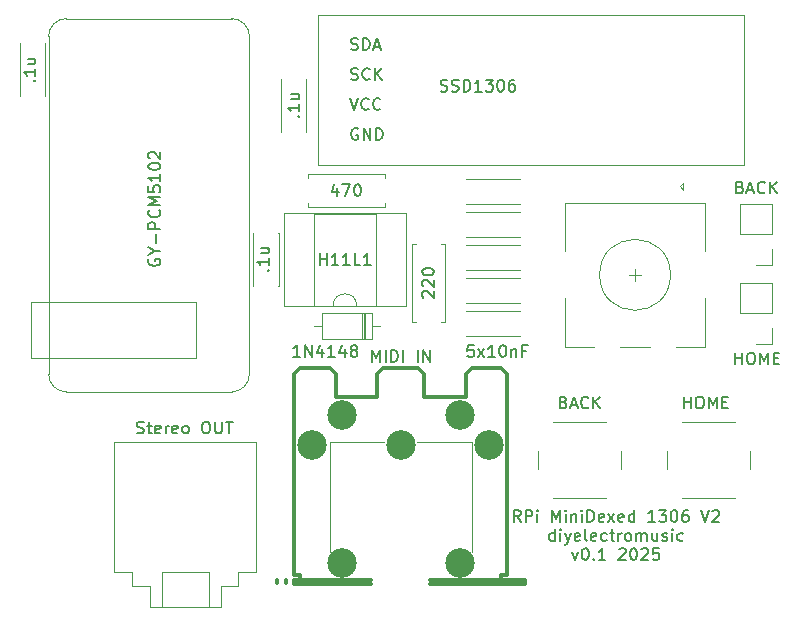
<source format=gto>
G04 #@! TF.GenerationSoftware,KiCad,Pcbnew,8.0.7*
G04 #@! TF.CreationDate,2025-09-13T14:37:32+01:00*
G04 #@! TF.ProjectId,RPi-MiniDexed-IOBoard,5250692d-4d69-46e6-9944-657865642d49,rev?*
G04 #@! TF.SameCoordinates,Original*
G04 #@! TF.FileFunction,Legend,Top*
G04 #@! TF.FilePolarity,Positive*
%FSLAX46Y46*%
G04 Gerber Fmt 4.6, Leading zero omitted, Abs format (unit mm)*
G04 Created by KiCad (PCBNEW 8.0.7) date 2025-09-13 14:37:32*
%MOMM*%
%LPD*%
G01*
G04 APERTURE LIST*
%ADD10C,0.150000*%
%ADD11C,0.120000*%
%ADD12C,0.304800*%
%ADD13C,2.499360*%
G04 APERTURE END LIST*
D10*
X242656761Y-144540875D02*
X242323428Y-144064684D01*
X242085333Y-144540875D02*
X242085333Y-143540875D01*
X242085333Y-143540875D02*
X242466285Y-143540875D01*
X242466285Y-143540875D02*
X242561523Y-143588494D01*
X242561523Y-143588494D02*
X242609142Y-143636113D01*
X242609142Y-143636113D02*
X242656761Y-143731351D01*
X242656761Y-143731351D02*
X242656761Y-143874208D01*
X242656761Y-143874208D02*
X242609142Y-143969446D01*
X242609142Y-143969446D02*
X242561523Y-144017065D01*
X242561523Y-144017065D02*
X242466285Y-144064684D01*
X242466285Y-144064684D02*
X242085333Y-144064684D01*
X243085333Y-144540875D02*
X243085333Y-143540875D01*
X243085333Y-143540875D02*
X243466285Y-143540875D01*
X243466285Y-143540875D02*
X243561523Y-143588494D01*
X243561523Y-143588494D02*
X243609142Y-143636113D01*
X243609142Y-143636113D02*
X243656761Y-143731351D01*
X243656761Y-143731351D02*
X243656761Y-143874208D01*
X243656761Y-143874208D02*
X243609142Y-143969446D01*
X243609142Y-143969446D02*
X243561523Y-144017065D01*
X243561523Y-144017065D02*
X243466285Y-144064684D01*
X243466285Y-144064684D02*
X243085333Y-144064684D01*
X244085333Y-144540875D02*
X244085333Y-143874208D01*
X244085333Y-143540875D02*
X244037714Y-143588494D01*
X244037714Y-143588494D02*
X244085333Y-143636113D01*
X244085333Y-143636113D02*
X244132952Y-143588494D01*
X244132952Y-143588494D02*
X244085333Y-143540875D01*
X244085333Y-143540875D02*
X244085333Y-143636113D01*
X245323428Y-144540875D02*
X245323428Y-143540875D01*
X245323428Y-143540875D02*
X245656761Y-144255160D01*
X245656761Y-144255160D02*
X245990094Y-143540875D01*
X245990094Y-143540875D02*
X245990094Y-144540875D01*
X246466285Y-144540875D02*
X246466285Y-143874208D01*
X246466285Y-143540875D02*
X246418666Y-143588494D01*
X246418666Y-143588494D02*
X246466285Y-143636113D01*
X246466285Y-143636113D02*
X246513904Y-143588494D01*
X246513904Y-143588494D02*
X246466285Y-143540875D01*
X246466285Y-143540875D02*
X246466285Y-143636113D01*
X246942475Y-143874208D02*
X246942475Y-144540875D01*
X246942475Y-143969446D02*
X246990094Y-143921827D01*
X246990094Y-143921827D02*
X247085332Y-143874208D01*
X247085332Y-143874208D02*
X247228189Y-143874208D01*
X247228189Y-143874208D02*
X247323427Y-143921827D01*
X247323427Y-143921827D02*
X247371046Y-144017065D01*
X247371046Y-144017065D02*
X247371046Y-144540875D01*
X247847237Y-144540875D02*
X247847237Y-143874208D01*
X247847237Y-143540875D02*
X247799618Y-143588494D01*
X247799618Y-143588494D02*
X247847237Y-143636113D01*
X247847237Y-143636113D02*
X247894856Y-143588494D01*
X247894856Y-143588494D02*
X247847237Y-143540875D01*
X247847237Y-143540875D02*
X247847237Y-143636113D01*
X248323427Y-144540875D02*
X248323427Y-143540875D01*
X248323427Y-143540875D02*
X248561522Y-143540875D01*
X248561522Y-143540875D02*
X248704379Y-143588494D01*
X248704379Y-143588494D02*
X248799617Y-143683732D01*
X248799617Y-143683732D02*
X248847236Y-143778970D01*
X248847236Y-143778970D02*
X248894855Y-143969446D01*
X248894855Y-143969446D02*
X248894855Y-144112303D01*
X248894855Y-144112303D02*
X248847236Y-144302779D01*
X248847236Y-144302779D02*
X248799617Y-144398017D01*
X248799617Y-144398017D02*
X248704379Y-144493256D01*
X248704379Y-144493256D02*
X248561522Y-144540875D01*
X248561522Y-144540875D02*
X248323427Y-144540875D01*
X249704379Y-144493256D02*
X249609141Y-144540875D01*
X249609141Y-144540875D02*
X249418665Y-144540875D01*
X249418665Y-144540875D02*
X249323427Y-144493256D01*
X249323427Y-144493256D02*
X249275808Y-144398017D01*
X249275808Y-144398017D02*
X249275808Y-144017065D01*
X249275808Y-144017065D02*
X249323427Y-143921827D01*
X249323427Y-143921827D02*
X249418665Y-143874208D01*
X249418665Y-143874208D02*
X249609141Y-143874208D01*
X249609141Y-143874208D02*
X249704379Y-143921827D01*
X249704379Y-143921827D02*
X249751998Y-144017065D01*
X249751998Y-144017065D02*
X249751998Y-144112303D01*
X249751998Y-144112303D02*
X249275808Y-144207541D01*
X250085332Y-144540875D02*
X250609141Y-143874208D01*
X250085332Y-143874208D02*
X250609141Y-144540875D01*
X251371046Y-144493256D02*
X251275808Y-144540875D01*
X251275808Y-144540875D02*
X251085332Y-144540875D01*
X251085332Y-144540875D02*
X250990094Y-144493256D01*
X250990094Y-144493256D02*
X250942475Y-144398017D01*
X250942475Y-144398017D02*
X250942475Y-144017065D01*
X250942475Y-144017065D02*
X250990094Y-143921827D01*
X250990094Y-143921827D02*
X251085332Y-143874208D01*
X251085332Y-143874208D02*
X251275808Y-143874208D01*
X251275808Y-143874208D02*
X251371046Y-143921827D01*
X251371046Y-143921827D02*
X251418665Y-144017065D01*
X251418665Y-144017065D02*
X251418665Y-144112303D01*
X251418665Y-144112303D02*
X250942475Y-144207541D01*
X252275808Y-144540875D02*
X252275808Y-143540875D01*
X252275808Y-144493256D02*
X252180570Y-144540875D01*
X252180570Y-144540875D02*
X251990094Y-144540875D01*
X251990094Y-144540875D02*
X251894856Y-144493256D01*
X251894856Y-144493256D02*
X251847237Y-144445636D01*
X251847237Y-144445636D02*
X251799618Y-144350398D01*
X251799618Y-144350398D02*
X251799618Y-144064684D01*
X251799618Y-144064684D02*
X251847237Y-143969446D01*
X251847237Y-143969446D02*
X251894856Y-143921827D01*
X251894856Y-143921827D02*
X251990094Y-143874208D01*
X251990094Y-143874208D02*
X252180570Y-143874208D01*
X252180570Y-143874208D02*
X252275808Y-143921827D01*
X254037713Y-144540875D02*
X253466285Y-144540875D01*
X253751999Y-144540875D02*
X253751999Y-143540875D01*
X253751999Y-143540875D02*
X253656761Y-143683732D01*
X253656761Y-143683732D02*
X253561523Y-143778970D01*
X253561523Y-143778970D02*
X253466285Y-143826589D01*
X254371047Y-143540875D02*
X254990094Y-143540875D01*
X254990094Y-143540875D02*
X254656761Y-143921827D01*
X254656761Y-143921827D02*
X254799618Y-143921827D01*
X254799618Y-143921827D02*
X254894856Y-143969446D01*
X254894856Y-143969446D02*
X254942475Y-144017065D01*
X254942475Y-144017065D02*
X254990094Y-144112303D01*
X254990094Y-144112303D02*
X254990094Y-144350398D01*
X254990094Y-144350398D02*
X254942475Y-144445636D01*
X254942475Y-144445636D02*
X254894856Y-144493256D01*
X254894856Y-144493256D02*
X254799618Y-144540875D01*
X254799618Y-144540875D02*
X254513904Y-144540875D01*
X254513904Y-144540875D02*
X254418666Y-144493256D01*
X254418666Y-144493256D02*
X254371047Y-144445636D01*
X255609142Y-143540875D02*
X255704380Y-143540875D01*
X255704380Y-143540875D02*
X255799618Y-143588494D01*
X255799618Y-143588494D02*
X255847237Y-143636113D01*
X255847237Y-143636113D02*
X255894856Y-143731351D01*
X255894856Y-143731351D02*
X255942475Y-143921827D01*
X255942475Y-143921827D02*
X255942475Y-144159922D01*
X255942475Y-144159922D02*
X255894856Y-144350398D01*
X255894856Y-144350398D02*
X255847237Y-144445636D01*
X255847237Y-144445636D02*
X255799618Y-144493256D01*
X255799618Y-144493256D02*
X255704380Y-144540875D01*
X255704380Y-144540875D02*
X255609142Y-144540875D01*
X255609142Y-144540875D02*
X255513904Y-144493256D01*
X255513904Y-144493256D02*
X255466285Y-144445636D01*
X255466285Y-144445636D02*
X255418666Y-144350398D01*
X255418666Y-144350398D02*
X255371047Y-144159922D01*
X255371047Y-144159922D02*
X255371047Y-143921827D01*
X255371047Y-143921827D02*
X255418666Y-143731351D01*
X255418666Y-143731351D02*
X255466285Y-143636113D01*
X255466285Y-143636113D02*
X255513904Y-143588494D01*
X255513904Y-143588494D02*
X255609142Y-143540875D01*
X256799618Y-143540875D02*
X256609142Y-143540875D01*
X256609142Y-143540875D02*
X256513904Y-143588494D01*
X256513904Y-143588494D02*
X256466285Y-143636113D01*
X256466285Y-143636113D02*
X256371047Y-143778970D01*
X256371047Y-143778970D02*
X256323428Y-143969446D01*
X256323428Y-143969446D02*
X256323428Y-144350398D01*
X256323428Y-144350398D02*
X256371047Y-144445636D01*
X256371047Y-144445636D02*
X256418666Y-144493256D01*
X256418666Y-144493256D02*
X256513904Y-144540875D01*
X256513904Y-144540875D02*
X256704380Y-144540875D01*
X256704380Y-144540875D02*
X256799618Y-144493256D01*
X256799618Y-144493256D02*
X256847237Y-144445636D01*
X256847237Y-144445636D02*
X256894856Y-144350398D01*
X256894856Y-144350398D02*
X256894856Y-144112303D01*
X256894856Y-144112303D02*
X256847237Y-144017065D01*
X256847237Y-144017065D02*
X256799618Y-143969446D01*
X256799618Y-143969446D02*
X256704380Y-143921827D01*
X256704380Y-143921827D02*
X256513904Y-143921827D01*
X256513904Y-143921827D02*
X256418666Y-143969446D01*
X256418666Y-143969446D02*
X256371047Y-144017065D01*
X256371047Y-144017065D02*
X256323428Y-144112303D01*
X257942476Y-143540875D02*
X258275809Y-144540875D01*
X258275809Y-144540875D02*
X258609142Y-143540875D01*
X258894857Y-143636113D02*
X258942476Y-143588494D01*
X258942476Y-143588494D02*
X259037714Y-143540875D01*
X259037714Y-143540875D02*
X259275809Y-143540875D01*
X259275809Y-143540875D02*
X259371047Y-143588494D01*
X259371047Y-143588494D02*
X259418666Y-143636113D01*
X259418666Y-143636113D02*
X259466285Y-143731351D01*
X259466285Y-143731351D02*
X259466285Y-143826589D01*
X259466285Y-143826589D02*
X259418666Y-143969446D01*
X259418666Y-143969446D02*
X258847238Y-144540875D01*
X258847238Y-144540875D02*
X259466285Y-144540875D01*
X245561523Y-146150819D02*
X245561523Y-145150819D01*
X245561523Y-146103200D02*
X245466285Y-146150819D01*
X245466285Y-146150819D02*
X245275809Y-146150819D01*
X245275809Y-146150819D02*
X245180571Y-146103200D01*
X245180571Y-146103200D02*
X245132952Y-146055580D01*
X245132952Y-146055580D02*
X245085333Y-145960342D01*
X245085333Y-145960342D02*
X245085333Y-145674628D01*
X245085333Y-145674628D02*
X245132952Y-145579390D01*
X245132952Y-145579390D02*
X245180571Y-145531771D01*
X245180571Y-145531771D02*
X245275809Y-145484152D01*
X245275809Y-145484152D02*
X245466285Y-145484152D01*
X245466285Y-145484152D02*
X245561523Y-145531771D01*
X246037714Y-146150819D02*
X246037714Y-145484152D01*
X246037714Y-145150819D02*
X245990095Y-145198438D01*
X245990095Y-145198438D02*
X246037714Y-145246057D01*
X246037714Y-145246057D02*
X246085333Y-145198438D01*
X246085333Y-145198438D02*
X246037714Y-145150819D01*
X246037714Y-145150819D02*
X246037714Y-145246057D01*
X246418666Y-145484152D02*
X246656761Y-146150819D01*
X246894856Y-145484152D02*
X246656761Y-146150819D01*
X246656761Y-146150819D02*
X246561523Y-146388914D01*
X246561523Y-146388914D02*
X246513904Y-146436533D01*
X246513904Y-146436533D02*
X246418666Y-146484152D01*
X247656761Y-146103200D02*
X247561523Y-146150819D01*
X247561523Y-146150819D02*
X247371047Y-146150819D01*
X247371047Y-146150819D02*
X247275809Y-146103200D01*
X247275809Y-146103200D02*
X247228190Y-146007961D01*
X247228190Y-146007961D02*
X247228190Y-145627009D01*
X247228190Y-145627009D02*
X247275809Y-145531771D01*
X247275809Y-145531771D02*
X247371047Y-145484152D01*
X247371047Y-145484152D02*
X247561523Y-145484152D01*
X247561523Y-145484152D02*
X247656761Y-145531771D01*
X247656761Y-145531771D02*
X247704380Y-145627009D01*
X247704380Y-145627009D02*
X247704380Y-145722247D01*
X247704380Y-145722247D02*
X247228190Y-145817485D01*
X248275809Y-146150819D02*
X248180571Y-146103200D01*
X248180571Y-146103200D02*
X248132952Y-146007961D01*
X248132952Y-146007961D02*
X248132952Y-145150819D01*
X249037714Y-146103200D02*
X248942476Y-146150819D01*
X248942476Y-146150819D02*
X248752000Y-146150819D01*
X248752000Y-146150819D02*
X248656762Y-146103200D01*
X248656762Y-146103200D02*
X248609143Y-146007961D01*
X248609143Y-146007961D02*
X248609143Y-145627009D01*
X248609143Y-145627009D02*
X248656762Y-145531771D01*
X248656762Y-145531771D02*
X248752000Y-145484152D01*
X248752000Y-145484152D02*
X248942476Y-145484152D01*
X248942476Y-145484152D02*
X249037714Y-145531771D01*
X249037714Y-145531771D02*
X249085333Y-145627009D01*
X249085333Y-145627009D02*
X249085333Y-145722247D01*
X249085333Y-145722247D02*
X248609143Y-145817485D01*
X249942476Y-146103200D02*
X249847238Y-146150819D01*
X249847238Y-146150819D02*
X249656762Y-146150819D01*
X249656762Y-146150819D02*
X249561524Y-146103200D01*
X249561524Y-146103200D02*
X249513905Y-146055580D01*
X249513905Y-146055580D02*
X249466286Y-145960342D01*
X249466286Y-145960342D02*
X249466286Y-145674628D01*
X249466286Y-145674628D02*
X249513905Y-145579390D01*
X249513905Y-145579390D02*
X249561524Y-145531771D01*
X249561524Y-145531771D02*
X249656762Y-145484152D01*
X249656762Y-145484152D02*
X249847238Y-145484152D01*
X249847238Y-145484152D02*
X249942476Y-145531771D01*
X250228191Y-145484152D02*
X250609143Y-145484152D01*
X250371048Y-145150819D02*
X250371048Y-146007961D01*
X250371048Y-146007961D02*
X250418667Y-146103200D01*
X250418667Y-146103200D02*
X250513905Y-146150819D01*
X250513905Y-146150819D02*
X250609143Y-146150819D01*
X250942477Y-146150819D02*
X250942477Y-145484152D01*
X250942477Y-145674628D02*
X250990096Y-145579390D01*
X250990096Y-145579390D02*
X251037715Y-145531771D01*
X251037715Y-145531771D02*
X251132953Y-145484152D01*
X251132953Y-145484152D02*
X251228191Y-145484152D01*
X251704382Y-146150819D02*
X251609144Y-146103200D01*
X251609144Y-146103200D02*
X251561525Y-146055580D01*
X251561525Y-146055580D02*
X251513906Y-145960342D01*
X251513906Y-145960342D02*
X251513906Y-145674628D01*
X251513906Y-145674628D02*
X251561525Y-145579390D01*
X251561525Y-145579390D02*
X251609144Y-145531771D01*
X251609144Y-145531771D02*
X251704382Y-145484152D01*
X251704382Y-145484152D02*
X251847239Y-145484152D01*
X251847239Y-145484152D02*
X251942477Y-145531771D01*
X251942477Y-145531771D02*
X251990096Y-145579390D01*
X251990096Y-145579390D02*
X252037715Y-145674628D01*
X252037715Y-145674628D02*
X252037715Y-145960342D01*
X252037715Y-145960342D02*
X251990096Y-146055580D01*
X251990096Y-146055580D02*
X251942477Y-146103200D01*
X251942477Y-146103200D02*
X251847239Y-146150819D01*
X251847239Y-146150819D02*
X251704382Y-146150819D01*
X252466287Y-146150819D02*
X252466287Y-145484152D01*
X252466287Y-145579390D02*
X252513906Y-145531771D01*
X252513906Y-145531771D02*
X252609144Y-145484152D01*
X252609144Y-145484152D02*
X252752001Y-145484152D01*
X252752001Y-145484152D02*
X252847239Y-145531771D01*
X252847239Y-145531771D02*
X252894858Y-145627009D01*
X252894858Y-145627009D02*
X252894858Y-146150819D01*
X252894858Y-145627009D02*
X252942477Y-145531771D01*
X252942477Y-145531771D02*
X253037715Y-145484152D01*
X253037715Y-145484152D02*
X253180572Y-145484152D01*
X253180572Y-145484152D02*
X253275811Y-145531771D01*
X253275811Y-145531771D02*
X253323430Y-145627009D01*
X253323430Y-145627009D02*
X253323430Y-146150819D01*
X254228191Y-145484152D02*
X254228191Y-146150819D01*
X253799620Y-145484152D02*
X253799620Y-146007961D01*
X253799620Y-146007961D02*
X253847239Y-146103200D01*
X253847239Y-146103200D02*
X253942477Y-146150819D01*
X253942477Y-146150819D02*
X254085334Y-146150819D01*
X254085334Y-146150819D02*
X254180572Y-146103200D01*
X254180572Y-146103200D02*
X254228191Y-146055580D01*
X254656763Y-146103200D02*
X254752001Y-146150819D01*
X254752001Y-146150819D02*
X254942477Y-146150819D01*
X254942477Y-146150819D02*
X255037715Y-146103200D01*
X255037715Y-146103200D02*
X255085334Y-146007961D01*
X255085334Y-146007961D02*
X255085334Y-145960342D01*
X255085334Y-145960342D02*
X255037715Y-145865104D01*
X255037715Y-145865104D02*
X254942477Y-145817485D01*
X254942477Y-145817485D02*
X254799620Y-145817485D01*
X254799620Y-145817485D02*
X254704382Y-145769866D01*
X254704382Y-145769866D02*
X254656763Y-145674628D01*
X254656763Y-145674628D02*
X254656763Y-145627009D01*
X254656763Y-145627009D02*
X254704382Y-145531771D01*
X254704382Y-145531771D02*
X254799620Y-145484152D01*
X254799620Y-145484152D02*
X254942477Y-145484152D01*
X254942477Y-145484152D02*
X255037715Y-145531771D01*
X255513906Y-146150819D02*
X255513906Y-145484152D01*
X255513906Y-145150819D02*
X255466287Y-145198438D01*
X255466287Y-145198438D02*
X255513906Y-145246057D01*
X255513906Y-145246057D02*
X255561525Y-145198438D01*
X255561525Y-145198438D02*
X255513906Y-145150819D01*
X255513906Y-145150819D02*
X255513906Y-145246057D01*
X256418667Y-146103200D02*
X256323429Y-146150819D01*
X256323429Y-146150819D02*
X256132953Y-146150819D01*
X256132953Y-146150819D02*
X256037715Y-146103200D01*
X256037715Y-146103200D02*
X255990096Y-146055580D01*
X255990096Y-146055580D02*
X255942477Y-145960342D01*
X255942477Y-145960342D02*
X255942477Y-145674628D01*
X255942477Y-145674628D02*
X255990096Y-145579390D01*
X255990096Y-145579390D02*
X256037715Y-145531771D01*
X256037715Y-145531771D02*
X256132953Y-145484152D01*
X256132953Y-145484152D02*
X256323429Y-145484152D01*
X256323429Y-145484152D02*
X256418667Y-145531771D01*
X247037714Y-147094096D02*
X247275809Y-147760763D01*
X247275809Y-147760763D02*
X247513904Y-147094096D01*
X248085333Y-146760763D02*
X248180571Y-146760763D01*
X248180571Y-146760763D02*
X248275809Y-146808382D01*
X248275809Y-146808382D02*
X248323428Y-146856001D01*
X248323428Y-146856001D02*
X248371047Y-146951239D01*
X248371047Y-146951239D02*
X248418666Y-147141715D01*
X248418666Y-147141715D02*
X248418666Y-147379810D01*
X248418666Y-147379810D02*
X248371047Y-147570286D01*
X248371047Y-147570286D02*
X248323428Y-147665524D01*
X248323428Y-147665524D02*
X248275809Y-147713144D01*
X248275809Y-147713144D02*
X248180571Y-147760763D01*
X248180571Y-147760763D02*
X248085333Y-147760763D01*
X248085333Y-147760763D02*
X247990095Y-147713144D01*
X247990095Y-147713144D02*
X247942476Y-147665524D01*
X247942476Y-147665524D02*
X247894857Y-147570286D01*
X247894857Y-147570286D02*
X247847238Y-147379810D01*
X247847238Y-147379810D02*
X247847238Y-147141715D01*
X247847238Y-147141715D02*
X247894857Y-146951239D01*
X247894857Y-146951239D02*
X247942476Y-146856001D01*
X247942476Y-146856001D02*
X247990095Y-146808382D01*
X247990095Y-146808382D02*
X248085333Y-146760763D01*
X248847238Y-147665524D02*
X248894857Y-147713144D01*
X248894857Y-147713144D02*
X248847238Y-147760763D01*
X248847238Y-147760763D02*
X248799619Y-147713144D01*
X248799619Y-147713144D02*
X248847238Y-147665524D01*
X248847238Y-147665524D02*
X248847238Y-147760763D01*
X249847237Y-147760763D02*
X249275809Y-147760763D01*
X249561523Y-147760763D02*
X249561523Y-146760763D01*
X249561523Y-146760763D02*
X249466285Y-146903620D01*
X249466285Y-146903620D02*
X249371047Y-146998858D01*
X249371047Y-146998858D02*
X249275809Y-147046477D01*
X250990095Y-146856001D02*
X251037714Y-146808382D01*
X251037714Y-146808382D02*
X251132952Y-146760763D01*
X251132952Y-146760763D02*
X251371047Y-146760763D01*
X251371047Y-146760763D02*
X251466285Y-146808382D01*
X251466285Y-146808382D02*
X251513904Y-146856001D01*
X251513904Y-146856001D02*
X251561523Y-146951239D01*
X251561523Y-146951239D02*
X251561523Y-147046477D01*
X251561523Y-147046477D02*
X251513904Y-147189334D01*
X251513904Y-147189334D02*
X250942476Y-147760763D01*
X250942476Y-147760763D02*
X251561523Y-147760763D01*
X252180571Y-146760763D02*
X252275809Y-146760763D01*
X252275809Y-146760763D02*
X252371047Y-146808382D01*
X252371047Y-146808382D02*
X252418666Y-146856001D01*
X252418666Y-146856001D02*
X252466285Y-146951239D01*
X252466285Y-146951239D02*
X252513904Y-147141715D01*
X252513904Y-147141715D02*
X252513904Y-147379810D01*
X252513904Y-147379810D02*
X252466285Y-147570286D01*
X252466285Y-147570286D02*
X252418666Y-147665524D01*
X252418666Y-147665524D02*
X252371047Y-147713144D01*
X252371047Y-147713144D02*
X252275809Y-147760763D01*
X252275809Y-147760763D02*
X252180571Y-147760763D01*
X252180571Y-147760763D02*
X252085333Y-147713144D01*
X252085333Y-147713144D02*
X252037714Y-147665524D01*
X252037714Y-147665524D02*
X251990095Y-147570286D01*
X251990095Y-147570286D02*
X251942476Y-147379810D01*
X251942476Y-147379810D02*
X251942476Y-147141715D01*
X251942476Y-147141715D02*
X251990095Y-146951239D01*
X251990095Y-146951239D02*
X252037714Y-146856001D01*
X252037714Y-146856001D02*
X252085333Y-146808382D01*
X252085333Y-146808382D02*
X252180571Y-146760763D01*
X252894857Y-146856001D02*
X252942476Y-146808382D01*
X252942476Y-146808382D02*
X253037714Y-146760763D01*
X253037714Y-146760763D02*
X253275809Y-146760763D01*
X253275809Y-146760763D02*
X253371047Y-146808382D01*
X253371047Y-146808382D02*
X253418666Y-146856001D01*
X253418666Y-146856001D02*
X253466285Y-146951239D01*
X253466285Y-146951239D02*
X253466285Y-147046477D01*
X253466285Y-147046477D02*
X253418666Y-147189334D01*
X253418666Y-147189334D02*
X252847238Y-147760763D01*
X252847238Y-147760763D02*
X253466285Y-147760763D01*
X254371047Y-146760763D02*
X253894857Y-146760763D01*
X253894857Y-146760763D02*
X253847238Y-147236953D01*
X253847238Y-147236953D02*
X253894857Y-147189334D01*
X253894857Y-147189334D02*
X253990095Y-147141715D01*
X253990095Y-147141715D02*
X254228190Y-147141715D01*
X254228190Y-147141715D02*
X254323428Y-147189334D01*
X254323428Y-147189334D02*
X254371047Y-147236953D01*
X254371047Y-147236953D02*
X254418666Y-147332191D01*
X254418666Y-147332191D02*
X254418666Y-147570286D01*
X254418666Y-147570286D02*
X254371047Y-147665524D01*
X254371047Y-147665524D02*
X254323428Y-147713144D01*
X254323428Y-147713144D02*
X254228190Y-147760763D01*
X254228190Y-147760763D02*
X253990095Y-147760763D01*
X253990095Y-147760763D02*
X253894857Y-147713144D01*
X253894857Y-147713144D02*
X253847238Y-147665524D01*
X238676999Y-129575819D02*
X238200809Y-129575819D01*
X238200809Y-129575819D02*
X238153190Y-130052009D01*
X238153190Y-130052009D02*
X238200809Y-130004390D01*
X238200809Y-130004390D02*
X238296047Y-129956771D01*
X238296047Y-129956771D02*
X238534142Y-129956771D01*
X238534142Y-129956771D02*
X238629380Y-130004390D01*
X238629380Y-130004390D02*
X238676999Y-130052009D01*
X238676999Y-130052009D02*
X238724618Y-130147247D01*
X238724618Y-130147247D02*
X238724618Y-130385342D01*
X238724618Y-130385342D02*
X238676999Y-130480580D01*
X238676999Y-130480580D02*
X238629380Y-130528200D01*
X238629380Y-130528200D02*
X238534142Y-130575819D01*
X238534142Y-130575819D02*
X238296047Y-130575819D01*
X238296047Y-130575819D02*
X238200809Y-130528200D01*
X238200809Y-130528200D02*
X238153190Y-130480580D01*
X239057952Y-130575819D02*
X239581761Y-129909152D01*
X239057952Y-129909152D02*
X239581761Y-130575819D01*
X240486523Y-130575819D02*
X239915095Y-130575819D01*
X240200809Y-130575819D02*
X240200809Y-129575819D01*
X240200809Y-129575819D02*
X240105571Y-129718676D01*
X240105571Y-129718676D02*
X240010333Y-129813914D01*
X240010333Y-129813914D02*
X239915095Y-129861533D01*
X241105571Y-129575819D02*
X241200809Y-129575819D01*
X241200809Y-129575819D02*
X241296047Y-129623438D01*
X241296047Y-129623438D02*
X241343666Y-129671057D01*
X241343666Y-129671057D02*
X241391285Y-129766295D01*
X241391285Y-129766295D02*
X241438904Y-129956771D01*
X241438904Y-129956771D02*
X241438904Y-130194866D01*
X241438904Y-130194866D02*
X241391285Y-130385342D01*
X241391285Y-130385342D02*
X241343666Y-130480580D01*
X241343666Y-130480580D02*
X241296047Y-130528200D01*
X241296047Y-130528200D02*
X241200809Y-130575819D01*
X241200809Y-130575819D02*
X241105571Y-130575819D01*
X241105571Y-130575819D02*
X241010333Y-130528200D01*
X241010333Y-130528200D02*
X240962714Y-130480580D01*
X240962714Y-130480580D02*
X240915095Y-130385342D01*
X240915095Y-130385342D02*
X240867476Y-130194866D01*
X240867476Y-130194866D02*
X240867476Y-129956771D01*
X240867476Y-129956771D02*
X240915095Y-129766295D01*
X240915095Y-129766295D02*
X240962714Y-129671057D01*
X240962714Y-129671057D02*
X241010333Y-129623438D01*
X241010333Y-129623438D02*
X241105571Y-129575819D01*
X241867476Y-129909152D02*
X241867476Y-130575819D01*
X241867476Y-130004390D02*
X241915095Y-129956771D01*
X241915095Y-129956771D02*
X242010333Y-129909152D01*
X242010333Y-129909152D02*
X242153190Y-129909152D01*
X242153190Y-129909152D02*
X242248428Y-129956771D01*
X242248428Y-129956771D02*
X242296047Y-130052009D01*
X242296047Y-130052009D02*
X242296047Y-130575819D01*
X243105571Y-130052009D02*
X242772238Y-130052009D01*
X242772238Y-130575819D02*
X242772238Y-129575819D01*
X242772238Y-129575819D02*
X243248428Y-129575819D01*
X246297857Y-134401009D02*
X246440714Y-134448628D01*
X246440714Y-134448628D02*
X246488333Y-134496247D01*
X246488333Y-134496247D02*
X246535952Y-134591485D01*
X246535952Y-134591485D02*
X246535952Y-134734342D01*
X246535952Y-134734342D02*
X246488333Y-134829580D01*
X246488333Y-134829580D02*
X246440714Y-134877200D01*
X246440714Y-134877200D02*
X246345476Y-134924819D01*
X246345476Y-134924819D02*
X245964524Y-134924819D01*
X245964524Y-134924819D02*
X245964524Y-133924819D01*
X245964524Y-133924819D02*
X246297857Y-133924819D01*
X246297857Y-133924819D02*
X246393095Y-133972438D01*
X246393095Y-133972438D02*
X246440714Y-134020057D01*
X246440714Y-134020057D02*
X246488333Y-134115295D01*
X246488333Y-134115295D02*
X246488333Y-134210533D01*
X246488333Y-134210533D02*
X246440714Y-134305771D01*
X246440714Y-134305771D02*
X246393095Y-134353390D01*
X246393095Y-134353390D02*
X246297857Y-134401009D01*
X246297857Y-134401009D02*
X245964524Y-134401009D01*
X246916905Y-134639104D02*
X247393095Y-134639104D01*
X246821667Y-134924819D02*
X247155000Y-133924819D01*
X247155000Y-133924819D02*
X247488333Y-134924819D01*
X248393095Y-134829580D02*
X248345476Y-134877200D01*
X248345476Y-134877200D02*
X248202619Y-134924819D01*
X248202619Y-134924819D02*
X248107381Y-134924819D01*
X248107381Y-134924819D02*
X247964524Y-134877200D01*
X247964524Y-134877200D02*
X247869286Y-134781961D01*
X247869286Y-134781961D02*
X247821667Y-134686723D01*
X247821667Y-134686723D02*
X247774048Y-134496247D01*
X247774048Y-134496247D02*
X247774048Y-134353390D01*
X247774048Y-134353390D02*
X247821667Y-134162914D01*
X247821667Y-134162914D02*
X247869286Y-134067676D01*
X247869286Y-134067676D02*
X247964524Y-133972438D01*
X247964524Y-133972438D02*
X248107381Y-133924819D01*
X248107381Y-133924819D02*
X248202619Y-133924819D01*
X248202619Y-133924819D02*
X248345476Y-133972438D01*
X248345476Y-133972438D02*
X248393095Y-134020057D01*
X248821667Y-134924819D02*
X248821667Y-133924819D01*
X249393095Y-134924819D02*
X248964524Y-134353390D01*
X249393095Y-133924819D02*
X248821667Y-134496247D01*
X261244857Y-116202009D02*
X261387714Y-116249628D01*
X261387714Y-116249628D02*
X261435333Y-116297247D01*
X261435333Y-116297247D02*
X261482952Y-116392485D01*
X261482952Y-116392485D02*
X261482952Y-116535342D01*
X261482952Y-116535342D02*
X261435333Y-116630580D01*
X261435333Y-116630580D02*
X261387714Y-116678200D01*
X261387714Y-116678200D02*
X261292476Y-116725819D01*
X261292476Y-116725819D02*
X260911524Y-116725819D01*
X260911524Y-116725819D02*
X260911524Y-115725819D01*
X260911524Y-115725819D02*
X261244857Y-115725819D01*
X261244857Y-115725819D02*
X261340095Y-115773438D01*
X261340095Y-115773438D02*
X261387714Y-115821057D01*
X261387714Y-115821057D02*
X261435333Y-115916295D01*
X261435333Y-115916295D02*
X261435333Y-116011533D01*
X261435333Y-116011533D02*
X261387714Y-116106771D01*
X261387714Y-116106771D02*
X261340095Y-116154390D01*
X261340095Y-116154390D02*
X261244857Y-116202009D01*
X261244857Y-116202009D02*
X260911524Y-116202009D01*
X261863905Y-116440104D02*
X262340095Y-116440104D01*
X261768667Y-116725819D02*
X262102000Y-115725819D01*
X262102000Y-115725819D02*
X262435333Y-116725819D01*
X263340095Y-116630580D02*
X263292476Y-116678200D01*
X263292476Y-116678200D02*
X263149619Y-116725819D01*
X263149619Y-116725819D02*
X263054381Y-116725819D01*
X263054381Y-116725819D02*
X262911524Y-116678200D01*
X262911524Y-116678200D02*
X262816286Y-116582961D01*
X262816286Y-116582961D02*
X262768667Y-116487723D01*
X262768667Y-116487723D02*
X262721048Y-116297247D01*
X262721048Y-116297247D02*
X262721048Y-116154390D01*
X262721048Y-116154390D02*
X262768667Y-115963914D01*
X262768667Y-115963914D02*
X262816286Y-115868676D01*
X262816286Y-115868676D02*
X262911524Y-115773438D01*
X262911524Y-115773438D02*
X263054381Y-115725819D01*
X263054381Y-115725819D02*
X263149619Y-115725819D01*
X263149619Y-115725819D02*
X263292476Y-115773438D01*
X263292476Y-115773438D02*
X263340095Y-115821057D01*
X263768667Y-116725819D02*
X263768667Y-115725819D01*
X264340095Y-116725819D02*
X263911524Y-116154390D01*
X264340095Y-115725819D02*
X263768667Y-116297247D01*
X227140095Y-116284152D02*
X227140095Y-116950819D01*
X226902000Y-115903200D02*
X226663905Y-116617485D01*
X226663905Y-116617485D02*
X227282952Y-116617485D01*
X227568667Y-115950819D02*
X228235333Y-115950819D01*
X228235333Y-115950819D02*
X227806762Y-116950819D01*
X228806762Y-115950819D02*
X228902000Y-115950819D01*
X228902000Y-115950819D02*
X228997238Y-115998438D01*
X228997238Y-115998438D02*
X229044857Y-116046057D01*
X229044857Y-116046057D02*
X229092476Y-116141295D01*
X229092476Y-116141295D02*
X229140095Y-116331771D01*
X229140095Y-116331771D02*
X229140095Y-116569866D01*
X229140095Y-116569866D02*
X229092476Y-116760342D01*
X229092476Y-116760342D02*
X229044857Y-116855580D01*
X229044857Y-116855580D02*
X228997238Y-116903200D01*
X228997238Y-116903200D02*
X228902000Y-116950819D01*
X228902000Y-116950819D02*
X228806762Y-116950819D01*
X228806762Y-116950819D02*
X228711524Y-116903200D01*
X228711524Y-116903200D02*
X228663905Y-116855580D01*
X228663905Y-116855580D02*
X228616286Y-116760342D01*
X228616286Y-116760342D02*
X228568667Y-116569866D01*
X228568667Y-116569866D02*
X228568667Y-116331771D01*
X228568667Y-116331771D02*
X228616286Y-116141295D01*
X228616286Y-116141295D02*
X228663905Y-116046057D01*
X228663905Y-116046057D02*
X228711524Y-115998438D01*
X228711524Y-115998438D02*
X228806762Y-115950819D01*
X211204438Y-122287904D02*
X211156819Y-122383142D01*
X211156819Y-122383142D02*
X211156819Y-122525999D01*
X211156819Y-122525999D02*
X211204438Y-122668856D01*
X211204438Y-122668856D02*
X211299676Y-122764094D01*
X211299676Y-122764094D02*
X211394914Y-122811713D01*
X211394914Y-122811713D02*
X211585390Y-122859332D01*
X211585390Y-122859332D02*
X211728247Y-122859332D01*
X211728247Y-122859332D02*
X211918723Y-122811713D01*
X211918723Y-122811713D02*
X212013961Y-122764094D01*
X212013961Y-122764094D02*
X212109200Y-122668856D01*
X212109200Y-122668856D02*
X212156819Y-122525999D01*
X212156819Y-122525999D02*
X212156819Y-122430761D01*
X212156819Y-122430761D02*
X212109200Y-122287904D01*
X212109200Y-122287904D02*
X212061580Y-122240285D01*
X212061580Y-122240285D02*
X211728247Y-122240285D01*
X211728247Y-122240285D02*
X211728247Y-122430761D01*
X211680628Y-121621237D02*
X212156819Y-121621237D01*
X211156819Y-121954570D02*
X211680628Y-121621237D01*
X211680628Y-121621237D02*
X211156819Y-121287904D01*
X211775866Y-120954570D02*
X211775866Y-120192666D01*
X212156819Y-119716475D02*
X211156819Y-119716475D01*
X211156819Y-119716475D02*
X211156819Y-119335523D01*
X211156819Y-119335523D02*
X211204438Y-119240285D01*
X211204438Y-119240285D02*
X211252057Y-119192666D01*
X211252057Y-119192666D02*
X211347295Y-119145047D01*
X211347295Y-119145047D02*
X211490152Y-119145047D01*
X211490152Y-119145047D02*
X211585390Y-119192666D01*
X211585390Y-119192666D02*
X211633009Y-119240285D01*
X211633009Y-119240285D02*
X211680628Y-119335523D01*
X211680628Y-119335523D02*
X211680628Y-119716475D01*
X212061580Y-118145047D02*
X212109200Y-118192666D01*
X212109200Y-118192666D02*
X212156819Y-118335523D01*
X212156819Y-118335523D02*
X212156819Y-118430761D01*
X212156819Y-118430761D02*
X212109200Y-118573618D01*
X212109200Y-118573618D02*
X212013961Y-118668856D01*
X212013961Y-118668856D02*
X211918723Y-118716475D01*
X211918723Y-118716475D02*
X211728247Y-118764094D01*
X211728247Y-118764094D02*
X211585390Y-118764094D01*
X211585390Y-118764094D02*
X211394914Y-118716475D01*
X211394914Y-118716475D02*
X211299676Y-118668856D01*
X211299676Y-118668856D02*
X211204438Y-118573618D01*
X211204438Y-118573618D02*
X211156819Y-118430761D01*
X211156819Y-118430761D02*
X211156819Y-118335523D01*
X211156819Y-118335523D02*
X211204438Y-118192666D01*
X211204438Y-118192666D02*
X211252057Y-118145047D01*
X212156819Y-117716475D02*
X211156819Y-117716475D01*
X211156819Y-117716475D02*
X211871104Y-117383142D01*
X211871104Y-117383142D02*
X211156819Y-117049809D01*
X211156819Y-117049809D02*
X212156819Y-117049809D01*
X211156819Y-116097428D02*
X211156819Y-116573618D01*
X211156819Y-116573618D02*
X211633009Y-116621237D01*
X211633009Y-116621237D02*
X211585390Y-116573618D01*
X211585390Y-116573618D02*
X211537771Y-116478380D01*
X211537771Y-116478380D02*
X211537771Y-116240285D01*
X211537771Y-116240285D02*
X211585390Y-116145047D01*
X211585390Y-116145047D02*
X211633009Y-116097428D01*
X211633009Y-116097428D02*
X211728247Y-116049809D01*
X211728247Y-116049809D02*
X211966342Y-116049809D01*
X211966342Y-116049809D02*
X212061580Y-116097428D01*
X212061580Y-116097428D02*
X212109200Y-116145047D01*
X212109200Y-116145047D02*
X212156819Y-116240285D01*
X212156819Y-116240285D02*
X212156819Y-116478380D01*
X212156819Y-116478380D02*
X212109200Y-116573618D01*
X212109200Y-116573618D02*
X212061580Y-116621237D01*
X212156819Y-115097428D02*
X212156819Y-115668856D01*
X212156819Y-115383142D02*
X211156819Y-115383142D01*
X211156819Y-115383142D02*
X211299676Y-115478380D01*
X211299676Y-115478380D02*
X211394914Y-115573618D01*
X211394914Y-115573618D02*
X211442533Y-115668856D01*
X211156819Y-114478380D02*
X211156819Y-114383142D01*
X211156819Y-114383142D02*
X211204438Y-114287904D01*
X211204438Y-114287904D02*
X211252057Y-114240285D01*
X211252057Y-114240285D02*
X211347295Y-114192666D01*
X211347295Y-114192666D02*
X211537771Y-114145047D01*
X211537771Y-114145047D02*
X211775866Y-114145047D01*
X211775866Y-114145047D02*
X211966342Y-114192666D01*
X211966342Y-114192666D02*
X212061580Y-114240285D01*
X212061580Y-114240285D02*
X212109200Y-114287904D01*
X212109200Y-114287904D02*
X212156819Y-114383142D01*
X212156819Y-114383142D02*
X212156819Y-114478380D01*
X212156819Y-114478380D02*
X212109200Y-114573618D01*
X212109200Y-114573618D02*
X212061580Y-114621237D01*
X212061580Y-114621237D02*
X211966342Y-114668856D01*
X211966342Y-114668856D02*
X211775866Y-114716475D01*
X211775866Y-114716475D02*
X211537771Y-114716475D01*
X211537771Y-114716475D02*
X211347295Y-114668856D01*
X211347295Y-114668856D02*
X211252057Y-114621237D01*
X211252057Y-114621237D02*
X211204438Y-114573618D01*
X211204438Y-114573618D02*
X211156819Y-114478380D01*
X211252057Y-113764094D02*
X211204438Y-113716475D01*
X211204438Y-113716475D02*
X211156819Y-113621237D01*
X211156819Y-113621237D02*
X211156819Y-113383142D01*
X211156819Y-113383142D02*
X211204438Y-113287904D01*
X211204438Y-113287904D02*
X211252057Y-113240285D01*
X211252057Y-113240285D02*
X211347295Y-113192666D01*
X211347295Y-113192666D02*
X211442533Y-113192666D01*
X211442533Y-113192666D02*
X211585390Y-113240285D01*
X211585390Y-113240285D02*
X212156819Y-113811713D01*
X212156819Y-113811713D02*
X212156819Y-113192666D01*
X221236580Y-123224570D02*
X221284200Y-123176951D01*
X221284200Y-123176951D02*
X221331819Y-123224570D01*
X221331819Y-123224570D02*
X221284200Y-123272189D01*
X221284200Y-123272189D02*
X221236580Y-123224570D01*
X221236580Y-123224570D02*
X221331819Y-123224570D01*
X221331819Y-122224571D02*
X221331819Y-122795999D01*
X221331819Y-122510285D02*
X220331819Y-122510285D01*
X220331819Y-122510285D02*
X220474676Y-122605523D01*
X220474676Y-122605523D02*
X220569914Y-122700761D01*
X220569914Y-122700761D02*
X220617533Y-122795999D01*
X220665152Y-121367428D02*
X221331819Y-121367428D01*
X220665152Y-121795999D02*
X221188961Y-121795999D01*
X221188961Y-121795999D02*
X221284200Y-121748380D01*
X221284200Y-121748380D02*
X221331819Y-121653142D01*
X221331819Y-121653142D02*
X221331819Y-121510285D01*
X221331819Y-121510285D02*
X221284200Y-121415047D01*
X221284200Y-121415047D02*
X221236580Y-121367428D01*
X223979142Y-130570819D02*
X223407714Y-130570819D01*
X223693428Y-130570819D02*
X223693428Y-129570819D01*
X223693428Y-129570819D02*
X223598190Y-129713676D01*
X223598190Y-129713676D02*
X223502952Y-129808914D01*
X223502952Y-129808914D02*
X223407714Y-129856533D01*
X224407714Y-130570819D02*
X224407714Y-129570819D01*
X224407714Y-129570819D02*
X224979142Y-130570819D01*
X224979142Y-130570819D02*
X224979142Y-129570819D01*
X225883904Y-129904152D02*
X225883904Y-130570819D01*
X225645809Y-129523200D02*
X225407714Y-130237485D01*
X225407714Y-130237485D02*
X226026761Y-130237485D01*
X226931523Y-130570819D02*
X226360095Y-130570819D01*
X226645809Y-130570819D02*
X226645809Y-129570819D01*
X226645809Y-129570819D02*
X226550571Y-129713676D01*
X226550571Y-129713676D02*
X226455333Y-129808914D01*
X226455333Y-129808914D02*
X226360095Y-129856533D01*
X227788666Y-129904152D02*
X227788666Y-130570819D01*
X227550571Y-129523200D02*
X227312476Y-130237485D01*
X227312476Y-130237485D02*
X227931523Y-130237485D01*
X228455333Y-129999390D02*
X228360095Y-129951771D01*
X228360095Y-129951771D02*
X228312476Y-129904152D01*
X228312476Y-129904152D02*
X228264857Y-129808914D01*
X228264857Y-129808914D02*
X228264857Y-129761295D01*
X228264857Y-129761295D02*
X228312476Y-129666057D01*
X228312476Y-129666057D02*
X228360095Y-129618438D01*
X228360095Y-129618438D02*
X228455333Y-129570819D01*
X228455333Y-129570819D02*
X228645809Y-129570819D01*
X228645809Y-129570819D02*
X228741047Y-129618438D01*
X228741047Y-129618438D02*
X228788666Y-129666057D01*
X228788666Y-129666057D02*
X228836285Y-129761295D01*
X228836285Y-129761295D02*
X228836285Y-129808914D01*
X228836285Y-129808914D02*
X228788666Y-129904152D01*
X228788666Y-129904152D02*
X228741047Y-129951771D01*
X228741047Y-129951771D02*
X228645809Y-129999390D01*
X228645809Y-129999390D02*
X228455333Y-129999390D01*
X228455333Y-129999390D02*
X228360095Y-130047009D01*
X228360095Y-130047009D02*
X228312476Y-130094628D01*
X228312476Y-130094628D02*
X228264857Y-130189866D01*
X228264857Y-130189866D02*
X228264857Y-130380342D01*
X228264857Y-130380342D02*
X228312476Y-130475580D01*
X228312476Y-130475580D02*
X228360095Y-130523200D01*
X228360095Y-130523200D02*
X228455333Y-130570819D01*
X228455333Y-130570819D02*
X228645809Y-130570819D01*
X228645809Y-130570819D02*
X228741047Y-130523200D01*
X228741047Y-130523200D02*
X228788666Y-130475580D01*
X228788666Y-130475580D02*
X228836285Y-130380342D01*
X228836285Y-130380342D02*
X228836285Y-130189866D01*
X228836285Y-130189866D02*
X228788666Y-130094628D01*
X228788666Y-130094628D02*
X228741047Y-130047009D01*
X228741047Y-130047009D02*
X228645809Y-129999390D01*
X234427057Y-125549094D02*
X234379438Y-125501475D01*
X234379438Y-125501475D02*
X234331819Y-125406237D01*
X234331819Y-125406237D02*
X234331819Y-125168142D01*
X234331819Y-125168142D02*
X234379438Y-125072904D01*
X234379438Y-125072904D02*
X234427057Y-125025285D01*
X234427057Y-125025285D02*
X234522295Y-124977666D01*
X234522295Y-124977666D02*
X234617533Y-124977666D01*
X234617533Y-124977666D02*
X234760390Y-125025285D01*
X234760390Y-125025285D02*
X235331819Y-125596713D01*
X235331819Y-125596713D02*
X235331819Y-124977666D01*
X234427057Y-124596713D02*
X234379438Y-124549094D01*
X234379438Y-124549094D02*
X234331819Y-124453856D01*
X234331819Y-124453856D02*
X234331819Y-124215761D01*
X234331819Y-124215761D02*
X234379438Y-124120523D01*
X234379438Y-124120523D02*
X234427057Y-124072904D01*
X234427057Y-124072904D02*
X234522295Y-124025285D01*
X234522295Y-124025285D02*
X234617533Y-124025285D01*
X234617533Y-124025285D02*
X234760390Y-124072904D01*
X234760390Y-124072904D02*
X235331819Y-124644332D01*
X235331819Y-124644332D02*
X235331819Y-124025285D01*
X234331819Y-123406237D02*
X234331819Y-123310999D01*
X234331819Y-123310999D02*
X234379438Y-123215761D01*
X234379438Y-123215761D02*
X234427057Y-123168142D01*
X234427057Y-123168142D02*
X234522295Y-123120523D01*
X234522295Y-123120523D02*
X234712771Y-123072904D01*
X234712771Y-123072904D02*
X234950866Y-123072904D01*
X234950866Y-123072904D02*
X235141342Y-123120523D01*
X235141342Y-123120523D02*
X235236580Y-123168142D01*
X235236580Y-123168142D02*
X235284200Y-123215761D01*
X235284200Y-123215761D02*
X235331819Y-123310999D01*
X235331819Y-123310999D02*
X235331819Y-123406237D01*
X235331819Y-123406237D02*
X235284200Y-123501475D01*
X235284200Y-123501475D02*
X235236580Y-123549094D01*
X235236580Y-123549094D02*
X235141342Y-123596713D01*
X235141342Y-123596713D02*
X234950866Y-123644332D01*
X234950866Y-123644332D02*
X234712771Y-123644332D01*
X234712771Y-123644332D02*
X234522295Y-123596713D01*
X234522295Y-123596713D02*
X234427057Y-123549094D01*
X234427057Y-123549094D02*
X234379438Y-123501475D01*
X234379438Y-123501475D02*
X234331819Y-123406237D01*
X235885333Y-108053200D02*
X236028190Y-108100819D01*
X236028190Y-108100819D02*
X236266285Y-108100819D01*
X236266285Y-108100819D02*
X236361523Y-108053200D01*
X236361523Y-108053200D02*
X236409142Y-108005580D01*
X236409142Y-108005580D02*
X236456761Y-107910342D01*
X236456761Y-107910342D02*
X236456761Y-107815104D01*
X236456761Y-107815104D02*
X236409142Y-107719866D01*
X236409142Y-107719866D02*
X236361523Y-107672247D01*
X236361523Y-107672247D02*
X236266285Y-107624628D01*
X236266285Y-107624628D02*
X236075809Y-107577009D01*
X236075809Y-107577009D02*
X235980571Y-107529390D01*
X235980571Y-107529390D02*
X235932952Y-107481771D01*
X235932952Y-107481771D02*
X235885333Y-107386533D01*
X235885333Y-107386533D02*
X235885333Y-107291295D01*
X235885333Y-107291295D02*
X235932952Y-107196057D01*
X235932952Y-107196057D02*
X235980571Y-107148438D01*
X235980571Y-107148438D02*
X236075809Y-107100819D01*
X236075809Y-107100819D02*
X236313904Y-107100819D01*
X236313904Y-107100819D02*
X236456761Y-107148438D01*
X236837714Y-108053200D02*
X236980571Y-108100819D01*
X236980571Y-108100819D02*
X237218666Y-108100819D01*
X237218666Y-108100819D02*
X237313904Y-108053200D01*
X237313904Y-108053200D02*
X237361523Y-108005580D01*
X237361523Y-108005580D02*
X237409142Y-107910342D01*
X237409142Y-107910342D02*
X237409142Y-107815104D01*
X237409142Y-107815104D02*
X237361523Y-107719866D01*
X237361523Y-107719866D02*
X237313904Y-107672247D01*
X237313904Y-107672247D02*
X237218666Y-107624628D01*
X237218666Y-107624628D02*
X237028190Y-107577009D01*
X237028190Y-107577009D02*
X236932952Y-107529390D01*
X236932952Y-107529390D02*
X236885333Y-107481771D01*
X236885333Y-107481771D02*
X236837714Y-107386533D01*
X236837714Y-107386533D02*
X236837714Y-107291295D01*
X236837714Y-107291295D02*
X236885333Y-107196057D01*
X236885333Y-107196057D02*
X236932952Y-107148438D01*
X236932952Y-107148438D02*
X237028190Y-107100819D01*
X237028190Y-107100819D02*
X237266285Y-107100819D01*
X237266285Y-107100819D02*
X237409142Y-107148438D01*
X237837714Y-108100819D02*
X237837714Y-107100819D01*
X237837714Y-107100819D02*
X238075809Y-107100819D01*
X238075809Y-107100819D02*
X238218666Y-107148438D01*
X238218666Y-107148438D02*
X238313904Y-107243676D01*
X238313904Y-107243676D02*
X238361523Y-107338914D01*
X238361523Y-107338914D02*
X238409142Y-107529390D01*
X238409142Y-107529390D02*
X238409142Y-107672247D01*
X238409142Y-107672247D02*
X238361523Y-107862723D01*
X238361523Y-107862723D02*
X238313904Y-107957961D01*
X238313904Y-107957961D02*
X238218666Y-108053200D01*
X238218666Y-108053200D02*
X238075809Y-108100819D01*
X238075809Y-108100819D02*
X237837714Y-108100819D01*
X239361523Y-108100819D02*
X238790095Y-108100819D01*
X239075809Y-108100819D02*
X239075809Y-107100819D01*
X239075809Y-107100819D02*
X238980571Y-107243676D01*
X238980571Y-107243676D02*
X238885333Y-107338914D01*
X238885333Y-107338914D02*
X238790095Y-107386533D01*
X239694857Y-107100819D02*
X240313904Y-107100819D01*
X240313904Y-107100819D02*
X239980571Y-107481771D01*
X239980571Y-107481771D02*
X240123428Y-107481771D01*
X240123428Y-107481771D02*
X240218666Y-107529390D01*
X240218666Y-107529390D02*
X240266285Y-107577009D01*
X240266285Y-107577009D02*
X240313904Y-107672247D01*
X240313904Y-107672247D02*
X240313904Y-107910342D01*
X240313904Y-107910342D02*
X240266285Y-108005580D01*
X240266285Y-108005580D02*
X240218666Y-108053200D01*
X240218666Y-108053200D02*
X240123428Y-108100819D01*
X240123428Y-108100819D02*
X239837714Y-108100819D01*
X239837714Y-108100819D02*
X239742476Y-108053200D01*
X239742476Y-108053200D02*
X239694857Y-108005580D01*
X240932952Y-107100819D02*
X241028190Y-107100819D01*
X241028190Y-107100819D02*
X241123428Y-107148438D01*
X241123428Y-107148438D02*
X241171047Y-107196057D01*
X241171047Y-107196057D02*
X241218666Y-107291295D01*
X241218666Y-107291295D02*
X241266285Y-107481771D01*
X241266285Y-107481771D02*
X241266285Y-107719866D01*
X241266285Y-107719866D02*
X241218666Y-107910342D01*
X241218666Y-107910342D02*
X241171047Y-108005580D01*
X241171047Y-108005580D02*
X241123428Y-108053200D01*
X241123428Y-108053200D02*
X241028190Y-108100819D01*
X241028190Y-108100819D02*
X240932952Y-108100819D01*
X240932952Y-108100819D02*
X240837714Y-108053200D01*
X240837714Y-108053200D02*
X240790095Y-108005580D01*
X240790095Y-108005580D02*
X240742476Y-107910342D01*
X240742476Y-107910342D02*
X240694857Y-107719866D01*
X240694857Y-107719866D02*
X240694857Y-107481771D01*
X240694857Y-107481771D02*
X240742476Y-107291295D01*
X240742476Y-107291295D02*
X240790095Y-107196057D01*
X240790095Y-107196057D02*
X240837714Y-107148438D01*
X240837714Y-107148438D02*
X240932952Y-107100819D01*
X242123428Y-107100819D02*
X241932952Y-107100819D01*
X241932952Y-107100819D02*
X241837714Y-107148438D01*
X241837714Y-107148438D02*
X241790095Y-107196057D01*
X241790095Y-107196057D02*
X241694857Y-107338914D01*
X241694857Y-107338914D02*
X241647238Y-107529390D01*
X241647238Y-107529390D02*
X241647238Y-107910342D01*
X241647238Y-107910342D02*
X241694857Y-108005580D01*
X241694857Y-108005580D02*
X241742476Y-108053200D01*
X241742476Y-108053200D02*
X241837714Y-108100819D01*
X241837714Y-108100819D02*
X242028190Y-108100819D01*
X242028190Y-108100819D02*
X242123428Y-108053200D01*
X242123428Y-108053200D02*
X242171047Y-108005580D01*
X242171047Y-108005580D02*
X242218666Y-107910342D01*
X242218666Y-107910342D02*
X242218666Y-107672247D01*
X242218666Y-107672247D02*
X242171047Y-107577009D01*
X242171047Y-107577009D02*
X242123428Y-107529390D01*
X242123428Y-107529390D02*
X242028190Y-107481771D01*
X242028190Y-107481771D02*
X241837714Y-107481771D01*
X241837714Y-107481771D02*
X241742476Y-107529390D01*
X241742476Y-107529390D02*
X241694857Y-107577009D01*
X241694857Y-107577009D02*
X241647238Y-107672247D01*
X228220922Y-108660819D02*
X228554255Y-109660819D01*
X228554255Y-109660819D02*
X228887588Y-108660819D01*
X229792350Y-109565580D02*
X229744731Y-109613200D01*
X229744731Y-109613200D02*
X229601874Y-109660819D01*
X229601874Y-109660819D02*
X229506636Y-109660819D01*
X229506636Y-109660819D02*
X229363779Y-109613200D01*
X229363779Y-109613200D02*
X229268541Y-109517961D01*
X229268541Y-109517961D02*
X229220922Y-109422723D01*
X229220922Y-109422723D02*
X229173303Y-109232247D01*
X229173303Y-109232247D02*
X229173303Y-109089390D01*
X229173303Y-109089390D02*
X229220922Y-108898914D01*
X229220922Y-108898914D02*
X229268541Y-108803676D01*
X229268541Y-108803676D02*
X229363779Y-108708438D01*
X229363779Y-108708438D02*
X229506636Y-108660819D01*
X229506636Y-108660819D02*
X229601874Y-108660819D01*
X229601874Y-108660819D02*
X229744731Y-108708438D01*
X229744731Y-108708438D02*
X229792350Y-108756057D01*
X230792350Y-109565580D02*
X230744731Y-109613200D01*
X230744731Y-109613200D02*
X230601874Y-109660819D01*
X230601874Y-109660819D02*
X230506636Y-109660819D01*
X230506636Y-109660819D02*
X230363779Y-109613200D01*
X230363779Y-109613200D02*
X230268541Y-109517961D01*
X230268541Y-109517961D02*
X230220922Y-109422723D01*
X230220922Y-109422723D02*
X230173303Y-109232247D01*
X230173303Y-109232247D02*
X230173303Y-109089390D01*
X230173303Y-109089390D02*
X230220922Y-108898914D01*
X230220922Y-108898914D02*
X230268541Y-108803676D01*
X230268541Y-108803676D02*
X230363779Y-108708438D01*
X230363779Y-108708438D02*
X230506636Y-108660819D01*
X230506636Y-108660819D02*
X230601874Y-108660819D01*
X230601874Y-108660819D02*
X230744731Y-108708438D01*
X230744731Y-108708438D02*
X230792350Y-108756057D01*
X228316160Y-104533200D02*
X228459017Y-104580819D01*
X228459017Y-104580819D02*
X228697112Y-104580819D01*
X228697112Y-104580819D02*
X228792350Y-104533200D01*
X228792350Y-104533200D02*
X228839969Y-104485580D01*
X228839969Y-104485580D02*
X228887588Y-104390342D01*
X228887588Y-104390342D02*
X228887588Y-104295104D01*
X228887588Y-104295104D02*
X228839969Y-104199866D01*
X228839969Y-104199866D02*
X228792350Y-104152247D01*
X228792350Y-104152247D02*
X228697112Y-104104628D01*
X228697112Y-104104628D02*
X228506636Y-104057009D01*
X228506636Y-104057009D02*
X228411398Y-104009390D01*
X228411398Y-104009390D02*
X228363779Y-103961771D01*
X228363779Y-103961771D02*
X228316160Y-103866533D01*
X228316160Y-103866533D02*
X228316160Y-103771295D01*
X228316160Y-103771295D02*
X228363779Y-103676057D01*
X228363779Y-103676057D02*
X228411398Y-103628438D01*
X228411398Y-103628438D02*
X228506636Y-103580819D01*
X228506636Y-103580819D02*
X228744731Y-103580819D01*
X228744731Y-103580819D02*
X228887588Y-103628438D01*
X229316160Y-104580819D02*
X229316160Y-103580819D01*
X229316160Y-103580819D02*
X229554255Y-103580819D01*
X229554255Y-103580819D02*
X229697112Y-103628438D01*
X229697112Y-103628438D02*
X229792350Y-103723676D01*
X229792350Y-103723676D02*
X229839969Y-103818914D01*
X229839969Y-103818914D02*
X229887588Y-104009390D01*
X229887588Y-104009390D02*
X229887588Y-104152247D01*
X229887588Y-104152247D02*
X229839969Y-104342723D01*
X229839969Y-104342723D02*
X229792350Y-104437961D01*
X229792350Y-104437961D02*
X229697112Y-104533200D01*
X229697112Y-104533200D02*
X229554255Y-104580819D01*
X229554255Y-104580819D02*
X229316160Y-104580819D01*
X230268541Y-104295104D02*
X230744731Y-104295104D01*
X230173303Y-104580819D02*
X230506636Y-103580819D01*
X230506636Y-103580819D02*
X230839969Y-104580819D01*
X228887588Y-111248438D02*
X228792350Y-111200819D01*
X228792350Y-111200819D02*
X228649493Y-111200819D01*
X228649493Y-111200819D02*
X228506636Y-111248438D01*
X228506636Y-111248438D02*
X228411398Y-111343676D01*
X228411398Y-111343676D02*
X228363779Y-111438914D01*
X228363779Y-111438914D02*
X228316160Y-111629390D01*
X228316160Y-111629390D02*
X228316160Y-111772247D01*
X228316160Y-111772247D02*
X228363779Y-111962723D01*
X228363779Y-111962723D02*
X228411398Y-112057961D01*
X228411398Y-112057961D02*
X228506636Y-112153200D01*
X228506636Y-112153200D02*
X228649493Y-112200819D01*
X228649493Y-112200819D02*
X228744731Y-112200819D01*
X228744731Y-112200819D02*
X228887588Y-112153200D01*
X228887588Y-112153200D02*
X228935207Y-112105580D01*
X228935207Y-112105580D02*
X228935207Y-111772247D01*
X228935207Y-111772247D02*
X228744731Y-111772247D01*
X229363779Y-112200819D02*
X229363779Y-111200819D01*
X229363779Y-111200819D02*
X229935207Y-112200819D01*
X229935207Y-112200819D02*
X229935207Y-111200819D01*
X230411398Y-112200819D02*
X230411398Y-111200819D01*
X230411398Y-111200819D02*
X230649493Y-111200819D01*
X230649493Y-111200819D02*
X230792350Y-111248438D01*
X230792350Y-111248438D02*
X230887588Y-111343676D01*
X230887588Y-111343676D02*
X230935207Y-111438914D01*
X230935207Y-111438914D02*
X230982826Y-111629390D01*
X230982826Y-111629390D02*
X230982826Y-111772247D01*
X230982826Y-111772247D02*
X230935207Y-111962723D01*
X230935207Y-111962723D02*
X230887588Y-112057961D01*
X230887588Y-112057961D02*
X230792350Y-112153200D01*
X230792350Y-112153200D02*
X230649493Y-112200819D01*
X230649493Y-112200819D02*
X230411398Y-112200819D01*
X228316160Y-107073200D02*
X228459017Y-107120819D01*
X228459017Y-107120819D02*
X228697112Y-107120819D01*
X228697112Y-107120819D02*
X228792350Y-107073200D01*
X228792350Y-107073200D02*
X228839969Y-107025580D01*
X228839969Y-107025580D02*
X228887588Y-106930342D01*
X228887588Y-106930342D02*
X228887588Y-106835104D01*
X228887588Y-106835104D02*
X228839969Y-106739866D01*
X228839969Y-106739866D02*
X228792350Y-106692247D01*
X228792350Y-106692247D02*
X228697112Y-106644628D01*
X228697112Y-106644628D02*
X228506636Y-106597009D01*
X228506636Y-106597009D02*
X228411398Y-106549390D01*
X228411398Y-106549390D02*
X228363779Y-106501771D01*
X228363779Y-106501771D02*
X228316160Y-106406533D01*
X228316160Y-106406533D02*
X228316160Y-106311295D01*
X228316160Y-106311295D02*
X228363779Y-106216057D01*
X228363779Y-106216057D02*
X228411398Y-106168438D01*
X228411398Y-106168438D02*
X228506636Y-106120819D01*
X228506636Y-106120819D02*
X228744731Y-106120819D01*
X228744731Y-106120819D02*
X228887588Y-106168438D01*
X229887588Y-107025580D02*
X229839969Y-107073200D01*
X229839969Y-107073200D02*
X229697112Y-107120819D01*
X229697112Y-107120819D02*
X229601874Y-107120819D01*
X229601874Y-107120819D02*
X229459017Y-107073200D01*
X229459017Y-107073200D02*
X229363779Y-106977961D01*
X229363779Y-106977961D02*
X229316160Y-106882723D01*
X229316160Y-106882723D02*
X229268541Y-106692247D01*
X229268541Y-106692247D02*
X229268541Y-106549390D01*
X229268541Y-106549390D02*
X229316160Y-106358914D01*
X229316160Y-106358914D02*
X229363779Y-106263676D01*
X229363779Y-106263676D02*
X229459017Y-106168438D01*
X229459017Y-106168438D02*
X229601874Y-106120819D01*
X229601874Y-106120819D02*
X229697112Y-106120819D01*
X229697112Y-106120819D02*
X229839969Y-106168438D01*
X229839969Y-106168438D02*
X229887588Y-106216057D01*
X230316160Y-107120819D02*
X230316160Y-106120819D01*
X230887588Y-107120819D02*
X230459017Y-106549390D01*
X230887588Y-106120819D02*
X230316160Y-106692247D01*
X256489667Y-134924819D02*
X256489667Y-133924819D01*
X256489667Y-134401009D02*
X257061095Y-134401009D01*
X257061095Y-134924819D02*
X257061095Y-133924819D01*
X257727762Y-133924819D02*
X257918238Y-133924819D01*
X257918238Y-133924819D02*
X258013476Y-133972438D01*
X258013476Y-133972438D02*
X258108714Y-134067676D01*
X258108714Y-134067676D02*
X258156333Y-134258152D01*
X258156333Y-134258152D02*
X258156333Y-134591485D01*
X258156333Y-134591485D02*
X258108714Y-134781961D01*
X258108714Y-134781961D02*
X258013476Y-134877200D01*
X258013476Y-134877200D02*
X257918238Y-134924819D01*
X257918238Y-134924819D02*
X257727762Y-134924819D01*
X257727762Y-134924819D02*
X257632524Y-134877200D01*
X257632524Y-134877200D02*
X257537286Y-134781961D01*
X257537286Y-134781961D02*
X257489667Y-134591485D01*
X257489667Y-134591485D02*
X257489667Y-134258152D01*
X257489667Y-134258152D02*
X257537286Y-134067676D01*
X257537286Y-134067676D02*
X257632524Y-133972438D01*
X257632524Y-133972438D02*
X257727762Y-133924819D01*
X258584905Y-134924819D02*
X258584905Y-133924819D01*
X258584905Y-133924819D02*
X258918238Y-134639104D01*
X258918238Y-134639104D02*
X259251571Y-133924819D01*
X259251571Y-133924819D02*
X259251571Y-134924819D01*
X259727762Y-134401009D02*
X260061095Y-134401009D01*
X260203952Y-134924819D02*
X259727762Y-134924819D01*
X259727762Y-134924819D02*
X259727762Y-133924819D01*
X259727762Y-133924819D02*
X260203952Y-133924819D01*
X225672952Y-122800819D02*
X225672952Y-121800819D01*
X225672952Y-122277009D02*
X226244380Y-122277009D01*
X226244380Y-122800819D02*
X226244380Y-121800819D01*
X227244380Y-122800819D02*
X226672952Y-122800819D01*
X226958666Y-122800819D02*
X226958666Y-121800819D01*
X226958666Y-121800819D02*
X226863428Y-121943676D01*
X226863428Y-121943676D02*
X226768190Y-122038914D01*
X226768190Y-122038914D02*
X226672952Y-122086533D01*
X228196761Y-122800819D02*
X227625333Y-122800819D01*
X227911047Y-122800819D02*
X227911047Y-121800819D01*
X227911047Y-121800819D02*
X227815809Y-121943676D01*
X227815809Y-121943676D02*
X227720571Y-122038914D01*
X227720571Y-122038914D02*
X227625333Y-122086533D01*
X229101523Y-122800819D02*
X228625333Y-122800819D01*
X228625333Y-122800819D02*
X228625333Y-121800819D01*
X229958666Y-122800819D02*
X229387238Y-122800819D01*
X229672952Y-122800819D02*
X229672952Y-121800819D01*
X229672952Y-121800819D02*
X229577714Y-121943676D01*
X229577714Y-121943676D02*
X229482476Y-122038914D01*
X229482476Y-122038914D02*
X229387238Y-122086533D01*
X210176999Y-137003200D02*
X210319856Y-137050819D01*
X210319856Y-137050819D02*
X210557951Y-137050819D01*
X210557951Y-137050819D02*
X210653189Y-137003200D01*
X210653189Y-137003200D02*
X210700808Y-136955580D01*
X210700808Y-136955580D02*
X210748427Y-136860342D01*
X210748427Y-136860342D02*
X210748427Y-136765104D01*
X210748427Y-136765104D02*
X210700808Y-136669866D01*
X210700808Y-136669866D02*
X210653189Y-136622247D01*
X210653189Y-136622247D02*
X210557951Y-136574628D01*
X210557951Y-136574628D02*
X210367475Y-136527009D01*
X210367475Y-136527009D02*
X210272237Y-136479390D01*
X210272237Y-136479390D02*
X210224618Y-136431771D01*
X210224618Y-136431771D02*
X210176999Y-136336533D01*
X210176999Y-136336533D02*
X210176999Y-136241295D01*
X210176999Y-136241295D02*
X210224618Y-136146057D01*
X210224618Y-136146057D02*
X210272237Y-136098438D01*
X210272237Y-136098438D02*
X210367475Y-136050819D01*
X210367475Y-136050819D02*
X210605570Y-136050819D01*
X210605570Y-136050819D02*
X210748427Y-136098438D01*
X211034142Y-136384152D02*
X211415094Y-136384152D01*
X211176999Y-136050819D02*
X211176999Y-136907961D01*
X211176999Y-136907961D02*
X211224618Y-137003200D01*
X211224618Y-137003200D02*
X211319856Y-137050819D01*
X211319856Y-137050819D02*
X211415094Y-137050819D01*
X212129380Y-137003200D02*
X212034142Y-137050819D01*
X212034142Y-137050819D02*
X211843666Y-137050819D01*
X211843666Y-137050819D02*
X211748428Y-137003200D01*
X211748428Y-137003200D02*
X211700809Y-136907961D01*
X211700809Y-136907961D02*
X211700809Y-136527009D01*
X211700809Y-136527009D02*
X211748428Y-136431771D01*
X211748428Y-136431771D02*
X211843666Y-136384152D01*
X211843666Y-136384152D02*
X212034142Y-136384152D01*
X212034142Y-136384152D02*
X212129380Y-136431771D01*
X212129380Y-136431771D02*
X212176999Y-136527009D01*
X212176999Y-136527009D02*
X212176999Y-136622247D01*
X212176999Y-136622247D02*
X211700809Y-136717485D01*
X212605571Y-137050819D02*
X212605571Y-136384152D01*
X212605571Y-136574628D02*
X212653190Y-136479390D01*
X212653190Y-136479390D02*
X212700809Y-136431771D01*
X212700809Y-136431771D02*
X212796047Y-136384152D01*
X212796047Y-136384152D02*
X212891285Y-136384152D01*
X213605571Y-137003200D02*
X213510333Y-137050819D01*
X213510333Y-137050819D02*
X213319857Y-137050819D01*
X213319857Y-137050819D02*
X213224619Y-137003200D01*
X213224619Y-137003200D02*
X213177000Y-136907961D01*
X213177000Y-136907961D02*
X213177000Y-136527009D01*
X213177000Y-136527009D02*
X213224619Y-136431771D01*
X213224619Y-136431771D02*
X213319857Y-136384152D01*
X213319857Y-136384152D02*
X213510333Y-136384152D01*
X213510333Y-136384152D02*
X213605571Y-136431771D01*
X213605571Y-136431771D02*
X213653190Y-136527009D01*
X213653190Y-136527009D02*
X213653190Y-136622247D01*
X213653190Y-136622247D02*
X213177000Y-136717485D01*
X214224619Y-137050819D02*
X214129381Y-137003200D01*
X214129381Y-137003200D02*
X214081762Y-136955580D01*
X214081762Y-136955580D02*
X214034143Y-136860342D01*
X214034143Y-136860342D02*
X214034143Y-136574628D01*
X214034143Y-136574628D02*
X214081762Y-136479390D01*
X214081762Y-136479390D02*
X214129381Y-136431771D01*
X214129381Y-136431771D02*
X214224619Y-136384152D01*
X214224619Y-136384152D02*
X214367476Y-136384152D01*
X214367476Y-136384152D02*
X214462714Y-136431771D01*
X214462714Y-136431771D02*
X214510333Y-136479390D01*
X214510333Y-136479390D02*
X214557952Y-136574628D01*
X214557952Y-136574628D02*
X214557952Y-136860342D01*
X214557952Y-136860342D02*
X214510333Y-136955580D01*
X214510333Y-136955580D02*
X214462714Y-137003200D01*
X214462714Y-137003200D02*
X214367476Y-137050819D01*
X214367476Y-137050819D02*
X214224619Y-137050819D01*
X215938905Y-136050819D02*
X216129381Y-136050819D01*
X216129381Y-136050819D02*
X216224619Y-136098438D01*
X216224619Y-136098438D02*
X216319857Y-136193676D01*
X216319857Y-136193676D02*
X216367476Y-136384152D01*
X216367476Y-136384152D02*
X216367476Y-136717485D01*
X216367476Y-136717485D02*
X216319857Y-136907961D01*
X216319857Y-136907961D02*
X216224619Y-137003200D01*
X216224619Y-137003200D02*
X216129381Y-137050819D01*
X216129381Y-137050819D02*
X215938905Y-137050819D01*
X215938905Y-137050819D02*
X215843667Y-137003200D01*
X215843667Y-137003200D02*
X215748429Y-136907961D01*
X215748429Y-136907961D02*
X215700810Y-136717485D01*
X215700810Y-136717485D02*
X215700810Y-136384152D01*
X215700810Y-136384152D02*
X215748429Y-136193676D01*
X215748429Y-136193676D02*
X215843667Y-136098438D01*
X215843667Y-136098438D02*
X215938905Y-136050819D01*
X216796048Y-136050819D02*
X216796048Y-136860342D01*
X216796048Y-136860342D02*
X216843667Y-136955580D01*
X216843667Y-136955580D02*
X216891286Y-137003200D01*
X216891286Y-137003200D02*
X216986524Y-137050819D01*
X216986524Y-137050819D02*
X217177000Y-137050819D01*
X217177000Y-137050819D02*
X217272238Y-137003200D01*
X217272238Y-137003200D02*
X217319857Y-136955580D01*
X217319857Y-136955580D02*
X217367476Y-136860342D01*
X217367476Y-136860342D02*
X217367476Y-136050819D01*
X217700810Y-136050819D02*
X218272238Y-136050819D01*
X217986524Y-137050819D02*
X217986524Y-136050819D01*
X260843667Y-131200819D02*
X260843667Y-130200819D01*
X260843667Y-130677009D02*
X261415095Y-130677009D01*
X261415095Y-131200819D02*
X261415095Y-130200819D01*
X262081762Y-130200819D02*
X262272238Y-130200819D01*
X262272238Y-130200819D02*
X262367476Y-130248438D01*
X262367476Y-130248438D02*
X262462714Y-130343676D01*
X262462714Y-130343676D02*
X262510333Y-130534152D01*
X262510333Y-130534152D02*
X262510333Y-130867485D01*
X262510333Y-130867485D02*
X262462714Y-131057961D01*
X262462714Y-131057961D02*
X262367476Y-131153200D01*
X262367476Y-131153200D02*
X262272238Y-131200819D01*
X262272238Y-131200819D02*
X262081762Y-131200819D01*
X262081762Y-131200819D02*
X261986524Y-131153200D01*
X261986524Y-131153200D02*
X261891286Y-131057961D01*
X261891286Y-131057961D02*
X261843667Y-130867485D01*
X261843667Y-130867485D02*
X261843667Y-130534152D01*
X261843667Y-130534152D02*
X261891286Y-130343676D01*
X261891286Y-130343676D02*
X261986524Y-130248438D01*
X261986524Y-130248438D02*
X262081762Y-130200819D01*
X262938905Y-131200819D02*
X262938905Y-130200819D01*
X262938905Y-130200819D02*
X263272238Y-130915104D01*
X263272238Y-130915104D02*
X263605571Y-130200819D01*
X263605571Y-130200819D02*
X263605571Y-131200819D01*
X264081762Y-130677009D02*
X264415095Y-130677009D01*
X264557952Y-131200819D02*
X264081762Y-131200819D01*
X264081762Y-131200819D02*
X264081762Y-130200819D01*
X264081762Y-130200819D02*
X264557952Y-130200819D01*
X201486580Y-107174570D02*
X201534200Y-107126951D01*
X201534200Y-107126951D02*
X201581819Y-107174570D01*
X201581819Y-107174570D02*
X201534200Y-107222189D01*
X201534200Y-107222189D02*
X201486580Y-107174570D01*
X201486580Y-107174570D02*
X201581819Y-107174570D01*
X201581819Y-106174571D02*
X201581819Y-106745999D01*
X201581819Y-106460285D02*
X200581819Y-106460285D01*
X200581819Y-106460285D02*
X200724676Y-106555523D01*
X200724676Y-106555523D02*
X200819914Y-106650761D01*
X200819914Y-106650761D02*
X200867533Y-106745999D01*
X200915152Y-105317428D02*
X201581819Y-105317428D01*
X200915152Y-105745999D02*
X201438961Y-105745999D01*
X201438961Y-105745999D02*
X201534200Y-105698380D01*
X201534200Y-105698380D02*
X201581819Y-105603142D01*
X201581819Y-105603142D02*
X201581819Y-105460285D01*
X201581819Y-105460285D02*
X201534200Y-105365047D01*
X201534200Y-105365047D02*
X201486580Y-105317428D01*
X230089620Y-130980819D02*
X230089620Y-129980819D01*
X230089620Y-129980819D02*
X230422953Y-130695104D01*
X230422953Y-130695104D02*
X230756286Y-129980819D01*
X230756286Y-129980819D02*
X230756286Y-130980819D01*
X231232477Y-130980819D02*
X231232477Y-129980819D01*
X231708667Y-130980819D02*
X231708667Y-129980819D01*
X231708667Y-129980819D02*
X231946762Y-129980819D01*
X231946762Y-129980819D02*
X232089619Y-130028438D01*
X232089619Y-130028438D02*
X232184857Y-130123676D01*
X232184857Y-130123676D02*
X232232476Y-130218914D01*
X232232476Y-130218914D02*
X232280095Y-130409390D01*
X232280095Y-130409390D02*
X232280095Y-130552247D01*
X232280095Y-130552247D02*
X232232476Y-130742723D01*
X232232476Y-130742723D02*
X232184857Y-130837961D01*
X232184857Y-130837961D02*
X232089619Y-130933200D01*
X232089619Y-130933200D02*
X231946762Y-130980819D01*
X231946762Y-130980819D02*
X231708667Y-130980819D01*
X232708667Y-130980819D02*
X232708667Y-129980819D01*
X233946762Y-130980819D02*
X233946762Y-129980819D01*
X234422952Y-130980819D02*
X234422952Y-129980819D01*
X234422952Y-129980819D02*
X234994380Y-130980819D01*
X234994380Y-130980819D02*
X234994380Y-129980819D01*
X223836580Y-110199570D02*
X223884200Y-110151951D01*
X223884200Y-110151951D02*
X223931819Y-110199570D01*
X223931819Y-110199570D02*
X223884200Y-110247189D01*
X223884200Y-110247189D02*
X223836580Y-110199570D01*
X223836580Y-110199570D02*
X223931819Y-110199570D01*
X223931819Y-109199571D02*
X223931819Y-109770999D01*
X223931819Y-109485285D02*
X222931819Y-109485285D01*
X222931819Y-109485285D02*
X223074676Y-109580523D01*
X223074676Y-109580523D02*
X223169914Y-109675761D01*
X223169914Y-109675761D02*
X223217533Y-109770999D01*
X223265152Y-108342428D02*
X223931819Y-108342428D01*
X223265152Y-108770999D02*
X223788961Y-108770999D01*
X223788961Y-108770999D02*
X223884200Y-108723380D01*
X223884200Y-108723380D02*
X223931819Y-108628142D01*
X223931819Y-108628142D02*
X223931819Y-108485285D01*
X223931819Y-108485285D02*
X223884200Y-108390047D01*
X223884200Y-108390047D02*
X223836580Y-108342428D01*
D11*
X244155000Y-138546000D02*
X244155000Y-140046000D01*
X245405000Y-142546000D02*
X249905000Y-142546000D01*
X249905000Y-136046000D02*
X245405000Y-136046000D01*
X251155000Y-140046000D02*
X251155000Y-138546000D01*
X246452000Y-121621000D02*
X246452000Y-117521000D01*
X246452000Y-129721000D02*
X246452000Y-125621000D01*
X248852000Y-129721000D02*
X246452000Y-129721000D01*
X252352000Y-123121000D02*
X252352000Y-124121000D01*
X252852000Y-123621000D02*
X251852000Y-123621000D01*
X253652000Y-129721000D02*
X251052000Y-129721000D01*
X256152000Y-116121000D02*
X256452000Y-115821000D01*
X256452000Y-115821000D02*
X256452000Y-116421000D01*
X256452000Y-116421000D02*
X256152000Y-116121000D01*
X258252000Y-117521000D02*
X246452000Y-117521000D01*
X258252000Y-121621000D02*
X258252000Y-117521000D01*
X258252000Y-125621000D02*
X258252000Y-129721000D01*
X258252000Y-129721000D02*
X255852000Y-129721000D01*
X255352000Y-123621000D02*
G75*
G02*
X249352000Y-123621000I-3000000J0D01*
G01*
X249352000Y-123621000D02*
G75*
G02*
X255352000Y-123621000I3000000J0D01*
G01*
X261272000Y-120205000D02*
X261272000Y-117605000D01*
X263932000Y-117605000D02*
X261272000Y-117605000D01*
X263932000Y-120205000D02*
X261272000Y-120205000D01*
X263932000Y-120205000D02*
X263932000Y-117605000D01*
X263932000Y-121475000D02*
X263932000Y-122805000D01*
X263932000Y-122805000D02*
X262602000Y-122805000D01*
X224632000Y-115126000D02*
X224632000Y-115456000D01*
X224632000Y-117866000D02*
X224632000Y-117536000D01*
X231172000Y-115126000D02*
X224632000Y-115126000D01*
X231172000Y-115456000D02*
X231172000Y-115126000D01*
X231172000Y-117536000D02*
X231172000Y-117866000D01*
X231172000Y-117866000D02*
X224632000Y-117866000D01*
X238082000Y-121116000D02*
X238082000Y-121101000D01*
X238082000Y-123241000D02*
X238082000Y-123226000D01*
X242622000Y-121101000D02*
X238082000Y-121101000D01*
X242622000Y-121116000D02*
X242622000Y-121101000D01*
X242622000Y-123241000D02*
X238082000Y-123241000D01*
X242622000Y-123241000D02*
X242622000Y-123226000D01*
X238082000Y-115516000D02*
X238082000Y-115501000D01*
X238082000Y-117641000D02*
X238082000Y-117626000D01*
X242622000Y-115501000D02*
X238082000Y-115501000D01*
X242622000Y-115516000D02*
X242622000Y-115501000D01*
X242622000Y-117641000D02*
X238082000Y-117641000D01*
X242622000Y-117641000D02*
X242622000Y-117626000D01*
X201202000Y-125926000D02*
X215202000Y-125926000D01*
X201202000Y-130626000D02*
X201202000Y-125926000D01*
X202702000Y-103426000D02*
X202702000Y-132026000D01*
X204202000Y-133526000D02*
X218202000Y-133526000D01*
X215202000Y-125926000D02*
X215202000Y-130626000D01*
X215202000Y-130626000D02*
X201202000Y-130626000D01*
X218202000Y-101926000D02*
X204202000Y-101926000D01*
X219702000Y-132026000D02*
X219702000Y-103426000D01*
X202702000Y-103426000D02*
G75*
G02*
X204202000Y-101926000I1500001J-1D01*
G01*
X204202000Y-133526000D02*
G75*
G02*
X202702000Y-132026000I0J1500000D01*
G01*
X218202000Y-101926000D02*
G75*
G02*
X219702000Y-103426000I-1J-1500001D01*
G01*
X219702000Y-132026000D02*
G75*
G02*
X218202000Y-133526000I-1500000J0D01*
G01*
X220032000Y-120051000D02*
X220047000Y-120051000D01*
X220032000Y-124591000D02*
X220032000Y-120051000D01*
X220032000Y-124591000D02*
X220047000Y-124591000D01*
X222157000Y-120051000D02*
X222172000Y-120051000D01*
X222157000Y-124591000D02*
X222172000Y-124591000D01*
X222172000Y-124591000D02*
X222172000Y-120051000D01*
X225197000Y-127971000D02*
X225847000Y-127971000D01*
X225847000Y-126851000D02*
X225847000Y-129091000D01*
X225847000Y-129091000D02*
X230087000Y-129091000D01*
X229247000Y-129091000D02*
X229247000Y-126851000D01*
X229367000Y-129091000D02*
X229367000Y-126851000D01*
X229487000Y-129091000D02*
X229487000Y-126851000D01*
X230087000Y-126851000D02*
X225847000Y-126851000D01*
X230087000Y-129091000D02*
X230087000Y-126851000D01*
X230737000Y-127971000D02*
X230087000Y-127971000D01*
X233507000Y-121041000D02*
X233837000Y-121041000D01*
X233507000Y-127581000D02*
X233507000Y-121041000D01*
X233837000Y-127581000D02*
X233507000Y-127581000D01*
X235917000Y-127581000D02*
X236247000Y-127581000D01*
X236247000Y-121041000D02*
X235917000Y-121041000D01*
X236247000Y-127581000D02*
X236247000Y-121041000D01*
X238082000Y-126716000D02*
X238082000Y-126701000D01*
X238082000Y-128841000D02*
X238082000Y-128826000D01*
X242622000Y-126701000D02*
X238082000Y-126701000D01*
X242622000Y-126716000D02*
X242622000Y-126701000D01*
X242622000Y-128841000D02*
X238082000Y-128841000D01*
X242622000Y-128841000D02*
X242622000Y-128826000D01*
X225482000Y-101626000D02*
X261550000Y-101626000D01*
X225482000Y-114326000D02*
X225482000Y-101626000D01*
X261550000Y-114326000D02*
X225482000Y-114326000D01*
X261550000Y-114326000D02*
X261550000Y-101626000D01*
X255077000Y-138546000D02*
X255077000Y-140046000D01*
X256327000Y-142546000D02*
X260827000Y-142546000D01*
X260827000Y-136046000D02*
X256327000Y-136046000D01*
X262077000Y-140046000D02*
X262077000Y-138546000D01*
X222652000Y-118426000D02*
X222652000Y-126286000D01*
X222652000Y-126286000D02*
X232932000Y-126286000D01*
X225142000Y-118486000D02*
X225142000Y-126226000D01*
X225142000Y-126226000D02*
X226792000Y-126226000D01*
X228792000Y-126226000D02*
X230442000Y-126226000D01*
X230442000Y-118486000D02*
X225142000Y-118486000D01*
X230442000Y-126226000D02*
X230442000Y-118486000D01*
X232932000Y-118426000D02*
X222652000Y-118426000D01*
X232932000Y-126286000D02*
X232932000Y-118426000D01*
X226792000Y-126226000D02*
G75*
G02*
X228792000Y-126226000I1000000J0D01*
G01*
X208277000Y-137782000D02*
X220277000Y-137782000D01*
X208277000Y-148782000D02*
X208277000Y-137782000D01*
X209777000Y-148782000D02*
X208277000Y-148782000D01*
X209777000Y-149982000D02*
X209777000Y-148782000D01*
X211277000Y-149982000D02*
X209777000Y-149982000D01*
X211277000Y-151782000D02*
X211277000Y-149982000D01*
X212277000Y-148782000D02*
X212277000Y-151782000D01*
X216277000Y-148782000D02*
X212277000Y-148782000D01*
X216277000Y-151782000D02*
X216277000Y-148782000D01*
X217277000Y-149982000D02*
X217277000Y-151782000D01*
X217277000Y-151782000D02*
X211277000Y-151782000D01*
X218777000Y-148782000D02*
X218777000Y-149982000D01*
X218777000Y-149982000D02*
X217277000Y-149982000D01*
X220277000Y-137782000D02*
X220277000Y-148782000D01*
X220277000Y-148782000D02*
X218777000Y-148782000D01*
X261272000Y-126876000D02*
X261272000Y-124276000D01*
X263932000Y-124276000D02*
X261272000Y-124276000D01*
X263932000Y-126876000D02*
X261272000Y-126876000D01*
X263932000Y-126876000D02*
X263932000Y-124276000D01*
X263932000Y-128146000D02*
X263932000Y-129476000D01*
X263932000Y-129476000D02*
X262602000Y-129476000D01*
X200257000Y-103951000D02*
X200257000Y-108491000D01*
X200272000Y-103951000D02*
X200257000Y-103951000D01*
X200272000Y-108491000D02*
X200257000Y-108491000D01*
X202397000Y-103951000D02*
X202382000Y-103951000D01*
X202397000Y-103951000D02*
X202397000Y-108491000D01*
X202397000Y-108491000D02*
X202382000Y-108491000D01*
X238082000Y-118316000D02*
X238082000Y-118301000D01*
X238082000Y-120441000D02*
X238082000Y-120426000D01*
X242622000Y-118301000D02*
X238082000Y-118301000D01*
X242622000Y-118316000D02*
X242622000Y-118301000D01*
X242622000Y-120441000D02*
X238082000Y-120441000D01*
X242622000Y-120441000D02*
X242622000Y-120426000D01*
D12*
X222011640Y-149749740D02*
X222011640Y-149498580D01*
X222762210Y-149749740D02*
X222762210Y-149498580D01*
X223512000Y-149499740D02*
X230012000Y-149499740D01*
X223512000Y-149749740D02*
X223512000Y-149509740D01*
X223512000Y-149759740D02*
X230012000Y-149759740D01*
X223512780Y-132000520D02*
X223512780Y-149000740D01*
X223512780Y-132000520D02*
X224013160Y-131500140D01*
X223512780Y-149000740D02*
X224013160Y-149000740D01*
X224013160Y-131500140D02*
X226512520Y-131500140D01*
X224013160Y-149000740D02*
X224013160Y-149498580D01*
D11*
X226512000Y-137789740D02*
X231112000Y-137789740D01*
X226512000Y-147099740D02*
X226512000Y-137789740D01*
D12*
X226512520Y-131500140D02*
X227012900Y-132000520D01*
X227012900Y-132000520D02*
X227012900Y-133999500D01*
X227012900Y-133999500D02*
X230513020Y-133999500D01*
X230513020Y-132000520D02*
X230513020Y-133999500D01*
X231010860Y-131500140D02*
X230513020Y-132000520D01*
X231010860Y-131500140D02*
X234013140Y-131500140D01*
D11*
X233912000Y-137789740D02*
X238512000Y-137789740D01*
D12*
X234013140Y-131500140D02*
X234510980Y-132000520D01*
X234510980Y-132000520D02*
X234510980Y-133999500D01*
X235012000Y-149499740D02*
X243012000Y-149499740D01*
X235012000Y-149759740D02*
X243012000Y-149759740D01*
X238011100Y-132000520D02*
X238011100Y-133999500D01*
X238011100Y-133999500D02*
X234510980Y-133999500D01*
X238511480Y-131500140D02*
X238011100Y-132000520D01*
D11*
X238512000Y-137789740D02*
X238512000Y-147099740D01*
D12*
X239011860Y-131500140D02*
X238511480Y-131500140D01*
X241010840Y-131500140D02*
X239011860Y-131500140D01*
X241010840Y-149498580D02*
X241010840Y-149000740D01*
X241511220Y-132000520D02*
X241010840Y-131500140D01*
X241511220Y-132000520D02*
X241511220Y-149000740D01*
X241511220Y-149000740D02*
X241010840Y-149000740D01*
X243012000Y-149499740D02*
X243012000Y-149749740D01*
D11*
X238082000Y-123916000D02*
X238082000Y-123901000D01*
X238082000Y-126041000D02*
X238082000Y-126026000D01*
X242622000Y-123901000D02*
X238082000Y-123901000D01*
X242622000Y-123916000D02*
X242622000Y-123901000D01*
X242622000Y-126041000D02*
X238082000Y-126041000D01*
X242622000Y-126041000D02*
X242622000Y-126026000D01*
X222357000Y-107001000D02*
X222357000Y-111541000D01*
X222372000Y-107001000D02*
X222357000Y-107001000D01*
X222372000Y-111541000D02*
X222357000Y-111541000D01*
X224497000Y-107001000D02*
X224482000Y-107001000D01*
X224497000Y-107001000D02*
X224497000Y-111541000D01*
X224497000Y-111541000D02*
X224482000Y-111541000D01*
D13*
X227510740Y-147997440D03*
X237513260Y-147997440D03*
X240010080Y-138002540D03*
X232512000Y-138000000D03*
X225013920Y-138002540D03*
X237508180Y-135500640D03*
X227515820Y-135500640D03*
M02*

</source>
